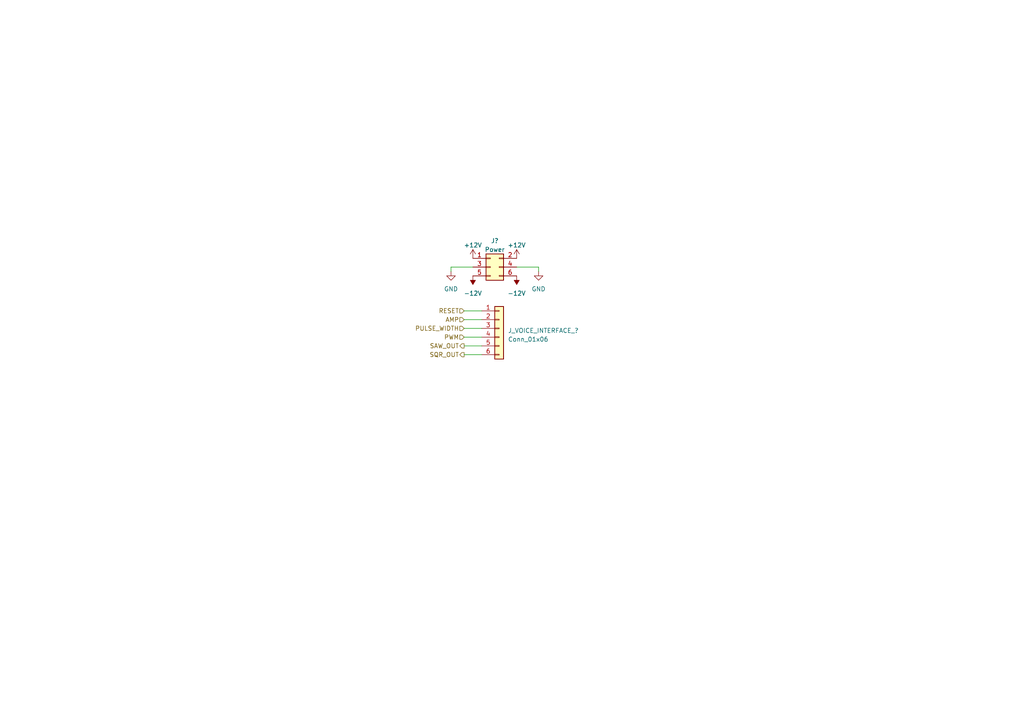
<source format=kicad_sch>
(kicad_sch (version 20230121) (generator eeschema)
  (paper "A4")
  (lib_symbols
    (symbol "Connector_Generic:Conn_01x06" (pin_names (offset 1.016) hide)
      (property "Reference" "J" (at 0 7.62 0))
      (property "Value" "Conn_01x06" (at 0 -10.16 0))
      (symbol "Conn_01x06_1_1"
        (rectangle (start -1.27 -7.493) (end 0 -7.747) (stroke (width 0.1524)))
        (rectangle (start -1.27 -4.953) (end 0 -5.207) (stroke (width 0.1524)))
        (rectangle (start -1.27 -2.413) (end 0 -2.667) (stroke (width 0.1524)))
        (rectangle (start -1.27 0.127) (end 0 -0.127) (stroke (width 0.1524)))
        (rectangle (start -1.27 2.667) (end 0 2.413) (stroke (width 0.1524)))
        (rectangle (start -1.27 5.207) (end 0 4.953) (stroke (width 0.1524)))
        (rectangle (start -1.27 6.35) (end 1.27 -8.89) (stroke (width 0.254)) (fill (type background)))
        (pin passive line (at -5.08 5.08 0) (length 3.81) (name "Pin_1") (number "1"))
        (pin passive line (at -5.08 2.54 0) (length 3.81) (name "Pin_2") (number "2"))
        (pin passive line (at -5.08 0 0) (length 3.81) (name "Pin_3") (number "3"))
        (pin passive line (at -5.08 -2.54 0) (length 3.81) (name "Pin_4") (number "4"))
        (pin passive line (at -5.08 -5.08 0) (length 3.81) (name "Pin_5") (number "5"))
        (pin passive line (at -5.08 -7.62 0) (length 3.81) (name "Pin_6") (number "6"))
      )
    )
    (symbol "Connector_Generic:Conn_02x03_Odd_Even" (pin_names (offset 1.016) hide)
      (property "Reference" "J" (at 1.27 5.08 0))
      (property "Value" "Conn_02x03_Odd_Even" (at 1.27 -5.08 0))
      (symbol "Conn_02x03_Odd_Even_1_1"
        (rectangle (start -1.27 -2.413) (end 0 -2.667) (stroke (width 0.1524)))
        (rectangle (start -1.27 0.127) (end 0 -0.127) (stroke (width 0.1524)))
        (rectangle (start -1.27 2.667) (end 0 2.413) (stroke (width 0.1524)))
        (rectangle (start -1.27 3.81) (end 3.81 -3.81) (stroke (width 0.254)) (fill (type background)))
        (rectangle (start 3.81 -2.413) (end 2.54 -2.667) (stroke (width 0.1524)))
        (rectangle (start 3.81 0.127) (end 2.54 -0.127) (stroke (width 0.1524)))
        (rectangle (start 3.81 2.667) (end 2.54 2.413) (stroke (width 0.1524)))
        (pin passive line (at -5.08 2.54 0) (length 3.81) (name "Pin_1") (number "1"))
        (pin passive line (at 7.62 2.54 180) (length 3.81) (name "Pin_2") (number "2"))
        (pin passive line (at -5.08 0 0) (length 3.81) (name "Pin_3") (number "3"))
        (pin passive line (at 7.62 0 180) (length 3.81) (name "Pin_4") (number "4"))
        (pin passive line (at -5.08 -2.54 0) (length 3.81) (name "Pin_5") (number "5"))
        (pin passive line (at 7.62 -2.54 180) (length 3.81) (name "Pin_6") (number "6"))
      )
    )
    (symbol "power:+12V" (power) (pin_names (offset 0))
      (property "Value" "+12V" (at 0 3.556 0))
      (symbol "+12V_0_1"
        (polyline (pts (xy -0.762 1.27) (xy 0 2.54)))
        (polyline (pts (xy 0 0) (xy 0 2.54)))
        (polyline (pts (xy 0 2.54) (xy 0.762 1.27)))
      )
      (symbol "+12V_1_1"
        (pin power_in line (at 0 0 90) (length 0) hide (name "+12V") (number "1"))
      )
    )
    (symbol "power:-12V" (power) (pin_names (offset 0))
      (property "Value" "-12V" (at 0 3.81 0))
      (symbol "-12V_0_0"
        (pin power_in line (at 0 0 90) (length 0) hide (name "-12V") (number "1"))
      )
      (symbol "-12V_0_1"
        (polyline (pts (xy 0 0) (xy 0 1.27) (xy 0.762 1.27) (xy 0 2.54) (xy -0.762 1.27) (xy 0 1.27)) (fill (type outline)))
      )
    )
    (symbol "power:GND" (power) (pin_names (offset 0))
      (property "Value" "GND" (at 0 -3.81 0))
      (symbol "GND_0_1"
        (polyline (pts (xy 0 0) (xy 0 -1.27) (xy 1.27 -1.27) (xy 0 -2.54) (xy -1.27 -1.27) (xy 0 -1.27)))
      )
      (symbol "GND_1_1"
        (pin power_in line (at 0 0 270) (length 0) hide (name "GND") (number "1"))
      )
    )
  )
  (wire (pts (xy 156.21 78.74) (xy 156.21 77.47)))
  (wire (pts (xy 130.81 77.47) (xy 137.16 77.47)))
  (wire (pts (xy 156.21 77.47) (xy 149.86 77.47)))
  (wire (pts (xy 134.62 95.25) (xy 139.7 95.25)))
  (wire (pts (xy 134.62 100.33) (xy 139.7 100.33)))
  (wire (pts (xy 134.62 102.87) (xy 139.7 102.87)))
  (wire (pts (xy 134.62 90.17) (xy 139.7 90.17)))
  (wire (pts (xy 134.62 92.71) (xy 139.7 92.71)))
  (wire (pts (xy 134.62 97.79) (xy 139.7 97.79)))
  (wire (pts (xy 130.81 78.74) (xy 130.81 77.47)))
  (hierarchical_label "PULSE_WIDTH" (shape input) (at 134.62 95.25 180))
  (hierarchical_label "SAW_OUT" (shape output) (at 134.62 100.33 180))
  (hierarchical_label "RESET" (shape input) (at 134.62 90.17 180))
  (hierarchical_label "AMP" (shape input) (at 134.62 92.71 180))
  (hierarchical_label "PWM" (shape input) (at 134.62 97.79 180))
  (hierarchical_label "SQR_OUT" (shape output) (at 134.62 102.87 180))
  (symbol (lib_id "Connector_Generic:Conn_01x06") (at 144.78 95.25 0) (unit 1)
    (property "Reference" "J_VOICE_INTERFACE_?" (at 147.32 95.885 0) (effects (justify left)))
    (property "Value" "Conn_01x06" (at 147.32 98.425 0) (effects (justify left)))
    (property "Footprint" "Connector_PinHeader_2.54mm:PinHeader_1x06_P2.54mm_Vertical" (effects hide))
    (instances (project "shmoergh-funk-live-voice" (path "" (reference "J_VOICE_INTERFACE_?") (unit 1))) (project "shmoergh-funk-live-control" (path "" (reference "J_VOICE_INTERFACE_2") (unit 1)) (path "" (reference "J_VOICE_INTERFACE_1") (unit 1)) (path "" (reference "J_VOICE_INTERFACE_3") (unit 1)) (path "" (reference "J_VOICE_INTERFACE_4") (unit 1)) (path "" (reference "J_VOICE_INTERFACE_5") (unit 1)) (path "" (reference "J_VOICE_INTERFACE_6") (unit 1))))
  )
  (symbol (lib_id "power:+12V") (at 149.86 74.93 0) (unit 1)
    (property "Reference" "#PWR?" (effects hide))
    (property "Value" "+12V" (at 149.86 71.12 0))
    (instances (project "shmoergh-funk-live-voice" (path "" (reference "#PWR?") (unit 1))) (project "shmoergh-funk-live-control" (path "" (reference "#PWR022") (unit 1)) (path "" (reference "#PWR090") (unit 1)) (path "" (reference "#PWR075") (unit 1)) (path "" (reference "#PWR0102") (unit 1)) (path "" (reference "#PWR0132") (unit 1)) (path "" (reference "#PWR096") (unit 1))))
  )
  (symbol (lib_id "Connector_Generic:Conn_02x03_Odd_Even") (at 142.24 77.47 0) (unit 1)
    (property "Reference" "J?" (at 143.51 69.85 0))
    (property "Value" "Power" (at 143.51 72.39 0))
    (property "Footprint" "Connector_PinHeader_2.54mm:PinHeader_2x03_P2.54mm_Vertical" (effects hide))
    (instances (project "shmoergh-funk-live-voice" (path "" (reference "J?") (unit 1))) (project "shmoergh-funk-live-control" (path "" (reference "J1") (unit 1)) (path "" (reference "J2") (unit 1)) (path "" (reference "J3") (unit 1)) (path "" (reference "J4") (unit 1)) (path "" (reference "J5") (unit 1)) (path "" (reference "J6") (unit 1))))
  )
  (symbol (lib_id "power:GND") (at 130.81 78.74 0) (unit 1)
    (property "Reference" "#PWR?" (effects hide))
    (property "Value" "GND" (at 130.81 83.82 0))
    (instances (project "shmoergh-funk-live-voice" (path "" (reference "#PWR?") (unit 1))) (project "shmoergh-funk-live-control" (path "" (reference "#PWR019") (unit 1)) (path "" (reference "#PWR087") (unit 1)) (path "" (reference "#PWR072") (unit 1)) (path "" (reference "#PWR099") (unit 1)) (path "" (reference "#PWR0129") (unit 1)) (path "" (reference "#PWR093") (unit 1))))
  )
  (symbol (lib_id "power:-12V") (at 149.86 80.01 180) (unit 1)
    (property "Reference" "#PWR?" (effects hide))
    (property "Value" "-12V" (at 149.86 85.09 0))
    (instances (project "shmoergh-funk-live-voice" (path "" (reference "#PWR?") (unit 1))) (project "shmoergh-funk-live-control" (path "" (reference "#PWR023") (unit 1)) (path "" (reference "#PWR091") (unit 1)) (path "" (reference "#PWR076") (unit 1)) (path "" (reference "#PWR0103") (unit 1)) (path "" (reference "#PWR0133") (unit 1)) (path "" (reference "#PWR097") (unit 1))))
  )
  (symbol (lib_id "power:GND") (at 156.21 78.74 0) (unit 1)
    (property "Reference" "#PWR?" (effects hide))
    (property "Value" "GND" (at 156.21 83.82 0))
    (instances (project "shmoergh-funk-live-voice" (path "" (reference "#PWR?") (unit 1))) (project "shmoergh-funk-live-control" (path "" (reference "#PWR024") (unit 1)) (path "" (reference "#PWR092") (unit 1)) (path "" (reference "#PWR077") (unit 1)) (path "" (reference "#PWR0104") (unit 1)) (path "" (reference "#PWR0134") (unit 1)) (path "" (reference "#PWR098") (unit 1))))
  )
  (symbol (lib_id "power:+12V") (at 137.16 74.93 0) (unit 1)
    (property "Reference" "#PWR?" (effects hide))
    (property "Value" "+12V" (at 137.16 71.12 0))
    (instances (project "shmoergh-funk-live-voice" (path "" (reference "#PWR?") (unit 1))) (project "shmoergh-funk-live-control" (path "" (reference "#PWR020") (unit 1)) (path "" (reference "#PWR088") (unit 1)) (path "" (reference "#PWR073") (unit 1)) (path "" (reference "#PWR0100") (unit 1)) (path "" (reference "#PWR0130") (unit 1)) (path "" (reference "#PWR094") (unit 1))))
  )
  (symbol (lib_id "power:-12V") (at 137.16 80.01 180) (unit 1)
    (property "Reference" "#PWR?" (effects hide))
    (property "Value" "-12V" (at 137.16 85.09 0))
    (instances (project "shmoergh-funk-live-voice" (path "" (reference "#PWR?") (unit 1))) (project "shmoergh-funk-live-control" (path "" (reference "#PWR021") (unit 1)) (path "" (reference "#PWR089") (unit 1)) (path "" (reference "#PWR074") (unit 1)) (path "" (reference "#PWR0101") (unit 1)) (path "" (reference "#PWR0131") (unit 1)) (path "" (reference "#PWR095") (unit 1))))
  )
)
</source>
